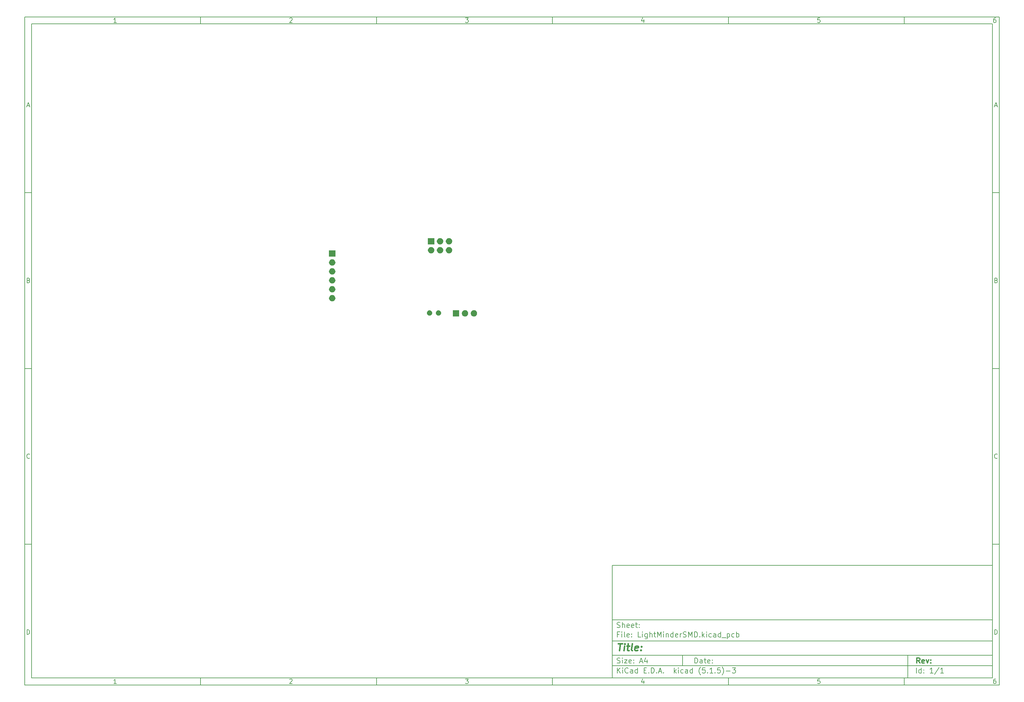
<source format=gbr>
G04 #@! TF.GenerationSoftware,KiCad,Pcbnew,(5.1.5)-3*
G04 #@! TF.CreationDate,2021-06-29T15:52:26+01:00*
G04 #@! TF.ProjectId,LightMinderSMD,4c696768-744d-4696-9e64-6572534d442e,rev?*
G04 #@! TF.SameCoordinates,Original*
G04 #@! TF.FileFunction,Soldermask,Bot*
G04 #@! TF.FilePolarity,Negative*
%FSLAX46Y46*%
G04 Gerber Fmt 4.6, Leading zero omitted, Abs format (unit mm)*
G04 Created by KiCad (PCBNEW (5.1.5)-3) date 2021-06-29 15:52:26*
%MOMM*%
%LPD*%
G04 APERTURE LIST*
%ADD10C,0.100000*%
%ADD11C,0.150000*%
%ADD12C,0.300000*%
%ADD13C,0.400000*%
G04 APERTURE END LIST*
D10*
D11*
X177002200Y-166007200D02*
X177002200Y-198007200D01*
X285002200Y-198007200D01*
X285002200Y-166007200D01*
X177002200Y-166007200D01*
D10*
D11*
X10000000Y-10000000D02*
X10000000Y-200007200D01*
X287002200Y-200007200D01*
X287002200Y-10000000D01*
X10000000Y-10000000D01*
D10*
D11*
X12000000Y-12000000D02*
X12000000Y-198007200D01*
X285002200Y-198007200D01*
X285002200Y-12000000D01*
X12000000Y-12000000D01*
D10*
D11*
X60000000Y-12000000D02*
X60000000Y-10000000D01*
D10*
D11*
X110000000Y-12000000D02*
X110000000Y-10000000D01*
D10*
D11*
X160000000Y-12000000D02*
X160000000Y-10000000D01*
D10*
D11*
X210000000Y-12000000D02*
X210000000Y-10000000D01*
D10*
D11*
X260000000Y-12000000D02*
X260000000Y-10000000D01*
D10*
D11*
X36065476Y-11588095D02*
X35322619Y-11588095D01*
X35694047Y-11588095D02*
X35694047Y-10288095D01*
X35570238Y-10473809D01*
X35446428Y-10597619D01*
X35322619Y-10659523D01*
D10*
D11*
X85322619Y-10411904D02*
X85384523Y-10350000D01*
X85508333Y-10288095D01*
X85817857Y-10288095D01*
X85941666Y-10350000D01*
X86003571Y-10411904D01*
X86065476Y-10535714D01*
X86065476Y-10659523D01*
X86003571Y-10845238D01*
X85260714Y-11588095D01*
X86065476Y-11588095D01*
D10*
D11*
X135260714Y-10288095D02*
X136065476Y-10288095D01*
X135632142Y-10783333D01*
X135817857Y-10783333D01*
X135941666Y-10845238D01*
X136003571Y-10907142D01*
X136065476Y-11030952D01*
X136065476Y-11340476D01*
X136003571Y-11464285D01*
X135941666Y-11526190D01*
X135817857Y-11588095D01*
X135446428Y-11588095D01*
X135322619Y-11526190D01*
X135260714Y-11464285D01*
D10*
D11*
X185941666Y-10721428D02*
X185941666Y-11588095D01*
X185632142Y-10226190D02*
X185322619Y-11154761D01*
X186127380Y-11154761D01*
D10*
D11*
X236003571Y-10288095D02*
X235384523Y-10288095D01*
X235322619Y-10907142D01*
X235384523Y-10845238D01*
X235508333Y-10783333D01*
X235817857Y-10783333D01*
X235941666Y-10845238D01*
X236003571Y-10907142D01*
X236065476Y-11030952D01*
X236065476Y-11340476D01*
X236003571Y-11464285D01*
X235941666Y-11526190D01*
X235817857Y-11588095D01*
X235508333Y-11588095D01*
X235384523Y-11526190D01*
X235322619Y-11464285D01*
D10*
D11*
X285941666Y-10288095D02*
X285694047Y-10288095D01*
X285570238Y-10350000D01*
X285508333Y-10411904D01*
X285384523Y-10597619D01*
X285322619Y-10845238D01*
X285322619Y-11340476D01*
X285384523Y-11464285D01*
X285446428Y-11526190D01*
X285570238Y-11588095D01*
X285817857Y-11588095D01*
X285941666Y-11526190D01*
X286003571Y-11464285D01*
X286065476Y-11340476D01*
X286065476Y-11030952D01*
X286003571Y-10907142D01*
X285941666Y-10845238D01*
X285817857Y-10783333D01*
X285570238Y-10783333D01*
X285446428Y-10845238D01*
X285384523Y-10907142D01*
X285322619Y-11030952D01*
D10*
D11*
X60000000Y-198007200D02*
X60000000Y-200007200D01*
D10*
D11*
X110000000Y-198007200D02*
X110000000Y-200007200D01*
D10*
D11*
X160000000Y-198007200D02*
X160000000Y-200007200D01*
D10*
D11*
X210000000Y-198007200D02*
X210000000Y-200007200D01*
D10*
D11*
X260000000Y-198007200D02*
X260000000Y-200007200D01*
D10*
D11*
X36065476Y-199595295D02*
X35322619Y-199595295D01*
X35694047Y-199595295D02*
X35694047Y-198295295D01*
X35570238Y-198481009D01*
X35446428Y-198604819D01*
X35322619Y-198666723D01*
D10*
D11*
X85322619Y-198419104D02*
X85384523Y-198357200D01*
X85508333Y-198295295D01*
X85817857Y-198295295D01*
X85941666Y-198357200D01*
X86003571Y-198419104D01*
X86065476Y-198542914D01*
X86065476Y-198666723D01*
X86003571Y-198852438D01*
X85260714Y-199595295D01*
X86065476Y-199595295D01*
D10*
D11*
X135260714Y-198295295D02*
X136065476Y-198295295D01*
X135632142Y-198790533D01*
X135817857Y-198790533D01*
X135941666Y-198852438D01*
X136003571Y-198914342D01*
X136065476Y-199038152D01*
X136065476Y-199347676D01*
X136003571Y-199471485D01*
X135941666Y-199533390D01*
X135817857Y-199595295D01*
X135446428Y-199595295D01*
X135322619Y-199533390D01*
X135260714Y-199471485D01*
D10*
D11*
X185941666Y-198728628D02*
X185941666Y-199595295D01*
X185632142Y-198233390D02*
X185322619Y-199161961D01*
X186127380Y-199161961D01*
D10*
D11*
X236003571Y-198295295D02*
X235384523Y-198295295D01*
X235322619Y-198914342D01*
X235384523Y-198852438D01*
X235508333Y-198790533D01*
X235817857Y-198790533D01*
X235941666Y-198852438D01*
X236003571Y-198914342D01*
X236065476Y-199038152D01*
X236065476Y-199347676D01*
X236003571Y-199471485D01*
X235941666Y-199533390D01*
X235817857Y-199595295D01*
X235508333Y-199595295D01*
X235384523Y-199533390D01*
X235322619Y-199471485D01*
D10*
D11*
X285941666Y-198295295D02*
X285694047Y-198295295D01*
X285570238Y-198357200D01*
X285508333Y-198419104D01*
X285384523Y-198604819D01*
X285322619Y-198852438D01*
X285322619Y-199347676D01*
X285384523Y-199471485D01*
X285446428Y-199533390D01*
X285570238Y-199595295D01*
X285817857Y-199595295D01*
X285941666Y-199533390D01*
X286003571Y-199471485D01*
X286065476Y-199347676D01*
X286065476Y-199038152D01*
X286003571Y-198914342D01*
X285941666Y-198852438D01*
X285817857Y-198790533D01*
X285570238Y-198790533D01*
X285446428Y-198852438D01*
X285384523Y-198914342D01*
X285322619Y-199038152D01*
D10*
D11*
X10000000Y-60000000D02*
X12000000Y-60000000D01*
D10*
D11*
X10000000Y-110000000D02*
X12000000Y-110000000D01*
D10*
D11*
X10000000Y-160000000D02*
X12000000Y-160000000D01*
D10*
D11*
X10690476Y-35216666D02*
X11309523Y-35216666D01*
X10566666Y-35588095D02*
X11000000Y-34288095D01*
X11433333Y-35588095D01*
D10*
D11*
X11092857Y-84907142D02*
X11278571Y-84969047D01*
X11340476Y-85030952D01*
X11402380Y-85154761D01*
X11402380Y-85340476D01*
X11340476Y-85464285D01*
X11278571Y-85526190D01*
X11154761Y-85588095D01*
X10659523Y-85588095D01*
X10659523Y-84288095D01*
X11092857Y-84288095D01*
X11216666Y-84350000D01*
X11278571Y-84411904D01*
X11340476Y-84535714D01*
X11340476Y-84659523D01*
X11278571Y-84783333D01*
X11216666Y-84845238D01*
X11092857Y-84907142D01*
X10659523Y-84907142D01*
D10*
D11*
X11402380Y-135464285D02*
X11340476Y-135526190D01*
X11154761Y-135588095D01*
X11030952Y-135588095D01*
X10845238Y-135526190D01*
X10721428Y-135402380D01*
X10659523Y-135278571D01*
X10597619Y-135030952D01*
X10597619Y-134845238D01*
X10659523Y-134597619D01*
X10721428Y-134473809D01*
X10845238Y-134350000D01*
X11030952Y-134288095D01*
X11154761Y-134288095D01*
X11340476Y-134350000D01*
X11402380Y-134411904D01*
D10*
D11*
X10659523Y-185588095D02*
X10659523Y-184288095D01*
X10969047Y-184288095D01*
X11154761Y-184350000D01*
X11278571Y-184473809D01*
X11340476Y-184597619D01*
X11402380Y-184845238D01*
X11402380Y-185030952D01*
X11340476Y-185278571D01*
X11278571Y-185402380D01*
X11154761Y-185526190D01*
X10969047Y-185588095D01*
X10659523Y-185588095D01*
D10*
D11*
X287002200Y-60000000D02*
X285002200Y-60000000D01*
D10*
D11*
X287002200Y-110000000D02*
X285002200Y-110000000D01*
D10*
D11*
X287002200Y-160000000D02*
X285002200Y-160000000D01*
D10*
D11*
X285692676Y-35216666D02*
X286311723Y-35216666D01*
X285568866Y-35588095D02*
X286002200Y-34288095D01*
X286435533Y-35588095D01*
D10*
D11*
X286095057Y-84907142D02*
X286280771Y-84969047D01*
X286342676Y-85030952D01*
X286404580Y-85154761D01*
X286404580Y-85340476D01*
X286342676Y-85464285D01*
X286280771Y-85526190D01*
X286156961Y-85588095D01*
X285661723Y-85588095D01*
X285661723Y-84288095D01*
X286095057Y-84288095D01*
X286218866Y-84350000D01*
X286280771Y-84411904D01*
X286342676Y-84535714D01*
X286342676Y-84659523D01*
X286280771Y-84783333D01*
X286218866Y-84845238D01*
X286095057Y-84907142D01*
X285661723Y-84907142D01*
D10*
D11*
X286404580Y-135464285D02*
X286342676Y-135526190D01*
X286156961Y-135588095D01*
X286033152Y-135588095D01*
X285847438Y-135526190D01*
X285723628Y-135402380D01*
X285661723Y-135278571D01*
X285599819Y-135030952D01*
X285599819Y-134845238D01*
X285661723Y-134597619D01*
X285723628Y-134473809D01*
X285847438Y-134350000D01*
X286033152Y-134288095D01*
X286156961Y-134288095D01*
X286342676Y-134350000D01*
X286404580Y-134411904D01*
D10*
D11*
X285661723Y-185588095D02*
X285661723Y-184288095D01*
X285971247Y-184288095D01*
X286156961Y-184350000D01*
X286280771Y-184473809D01*
X286342676Y-184597619D01*
X286404580Y-184845238D01*
X286404580Y-185030952D01*
X286342676Y-185278571D01*
X286280771Y-185402380D01*
X286156961Y-185526190D01*
X285971247Y-185588095D01*
X285661723Y-185588095D01*
D10*
D11*
X200434342Y-193785771D02*
X200434342Y-192285771D01*
X200791485Y-192285771D01*
X201005771Y-192357200D01*
X201148628Y-192500057D01*
X201220057Y-192642914D01*
X201291485Y-192928628D01*
X201291485Y-193142914D01*
X201220057Y-193428628D01*
X201148628Y-193571485D01*
X201005771Y-193714342D01*
X200791485Y-193785771D01*
X200434342Y-193785771D01*
X202577200Y-193785771D02*
X202577200Y-193000057D01*
X202505771Y-192857200D01*
X202362914Y-192785771D01*
X202077200Y-192785771D01*
X201934342Y-192857200D01*
X202577200Y-193714342D02*
X202434342Y-193785771D01*
X202077200Y-193785771D01*
X201934342Y-193714342D01*
X201862914Y-193571485D01*
X201862914Y-193428628D01*
X201934342Y-193285771D01*
X202077200Y-193214342D01*
X202434342Y-193214342D01*
X202577200Y-193142914D01*
X203077200Y-192785771D02*
X203648628Y-192785771D01*
X203291485Y-192285771D02*
X203291485Y-193571485D01*
X203362914Y-193714342D01*
X203505771Y-193785771D01*
X203648628Y-193785771D01*
X204720057Y-193714342D02*
X204577200Y-193785771D01*
X204291485Y-193785771D01*
X204148628Y-193714342D01*
X204077200Y-193571485D01*
X204077200Y-193000057D01*
X204148628Y-192857200D01*
X204291485Y-192785771D01*
X204577200Y-192785771D01*
X204720057Y-192857200D01*
X204791485Y-193000057D01*
X204791485Y-193142914D01*
X204077200Y-193285771D01*
X205434342Y-193642914D02*
X205505771Y-193714342D01*
X205434342Y-193785771D01*
X205362914Y-193714342D01*
X205434342Y-193642914D01*
X205434342Y-193785771D01*
X205434342Y-192857200D02*
X205505771Y-192928628D01*
X205434342Y-193000057D01*
X205362914Y-192928628D01*
X205434342Y-192857200D01*
X205434342Y-193000057D01*
D10*
D11*
X177002200Y-194507200D02*
X285002200Y-194507200D01*
D10*
D11*
X178434342Y-196585771D02*
X178434342Y-195085771D01*
X179291485Y-196585771D02*
X178648628Y-195728628D01*
X179291485Y-195085771D02*
X178434342Y-195942914D01*
X179934342Y-196585771D02*
X179934342Y-195585771D01*
X179934342Y-195085771D02*
X179862914Y-195157200D01*
X179934342Y-195228628D01*
X180005771Y-195157200D01*
X179934342Y-195085771D01*
X179934342Y-195228628D01*
X181505771Y-196442914D02*
X181434342Y-196514342D01*
X181220057Y-196585771D01*
X181077200Y-196585771D01*
X180862914Y-196514342D01*
X180720057Y-196371485D01*
X180648628Y-196228628D01*
X180577200Y-195942914D01*
X180577200Y-195728628D01*
X180648628Y-195442914D01*
X180720057Y-195300057D01*
X180862914Y-195157200D01*
X181077200Y-195085771D01*
X181220057Y-195085771D01*
X181434342Y-195157200D01*
X181505771Y-195228628D01*
X182791485Y-196585771D02*
X182791485Y-195800057D01*
X182720057Y-195657200D01*
X182577200Y-195585771D01*
X182291485Y-195585771D01*
X182148628Y-195657200D01*
X182791485Y-196514342D02*
X182648628Y-196585771D01*
X182291485Y-196585771D01*
X182148628Y-196514342D01*
X182077200Y-196371485D01*
X182077200Y-196228628D01*
X182148628Y-196085771D01*
X182291485Y-196014342D01*
X182648628Y-196014342D01*
X182791485Y-195942914D01*
X184148628Y-196585771D02*
X184148628Y-195085771D01*
X184148628Y-196514342D02*
X184005771Y-196585771D01*
X183720057Y-196585771D01*
X183577200Y-196514342D01*
X183505771Y-196442914D01*
X183434342Y-196300057D01*
X183434342Y-195871485D01*
X183505771Y-195728628D01*
X183577200Y-195657200D01*
X183720057Y-195585771D01*
X184005771Y-195585771D01*
X184148628Y-195657200D01*
X186005771Y-195800057D02*
X186505771Y-195800057D01*
X186720057Y-196585771D02*
X186005771Y-196585771D01*
X186005771Y-195085771D01*
X186720057Y-195085771D01*
X187362914Y-196442914D02*
X187434342Y-196514342D01*
X187362914Y-196585771D01*
X187291485Y-196514342D01*
X187362914Y-196442914D01*
X187362914Y-196585771D01*
X188077200Y-196585771D02*
X188077200Y-195085771D01*
X188434342Y-195085771D01*
X188648628Y-195157200D01*
X188791485Y-195300057D01*
X188862914Y-195442914D01*
X188934342Y-195728628D01*
X188934342Y-195942914D01*
X188862914Y-196228628D01*
X188791485Y-196371485D01*
X188648628Y-196514342D01*
X188434342Y-196585771D01*
X188077200Y-196585771D01*
X189577200Y-196442914D02*
X189648628Y-196514342D01*
X189577200Y-196585771D01*
X189505771Y-196514342D01*
X189577200Y-196442914D01*
X189577200Y-196585771D01*
X190220057Y-196157200D02*
X190934342Y-196157200D01*
X190077200Y-196585771D02*
X190577200Y-195085771D01*
X191077200Y-196585771D01*
X191577200Y-196442914D02*
X191648628Y-196514342D01*
X191577200Y-196585771D01*
X191505771Y-196514342D01*
X191577200Y-196442914D01*
X191577200Y-196585771D01*
X194577200Y-196585771D02*
X194577200Y-195085771D01*
X194720057Y-196014342D02*
X195148628Y-196585771D01*
X195148628Y-195585771D02*
X194577200Y-196157200D01*
X195791485Y-196585771D02*
X195791485Y-195585771D01*
X195791485Y-195085771D02*
X195720057Y-195157200D01*
X195791485Y-195228628D01*
X195862914Y-195157200D01*
X195791485Y-195085771D01*
X195791485Y-195228628D01*
X197148628Y-196514342D02*
X197005771Y-196585771D01*
X196720057Y-196585771D01*
X196577200Y-196514342D01*
X196505771Y-196442914D01*
X196434342Y-196300057D01*
X196434342Y-195871485D01*
X196505771Y-195728628D01*
X196577200Y-195657200D01*
X196720057Y-195585771D01*
X197005771Y-195585771D01*
X197148628Y-195657200D01*
X198434342Y-196585771D02*
X198434342Y-195800057D01*
X198362914Y-195657200D01*
X198220057Y-195585771D01*
X197934342Y-195585771D01*
X197791485Y-195657200D01*
X198434342Y-196514342D02*
X198291485Y-196585771D01*
X197934342Y-196585771D01*
X197791485Y-196514342D01*
X197720057Y-196371485D01*
X197720057Y-196228628D01*
X197791485Y-196085771D01*
X197934342Y-196014342D01*
X198291485Y-196014342D01*
X198434342Y-195942914D01*
X199791485Y-196585771D02*
X199791485Y-195085771D01*
X199791485Y-196514342D02*
X199648628Y-196585771D01*
X199362914Y-196585771D01*
X199220057Y-196514342D01*
X199148628Y-196442914D01*
X199077200Y-196300057D01*
X199077200Y-195871485D01*
X199148628Y-195728628D01*
X199220057Y-195657200D01*
X199362914Y-195585771D01*
X199648628Y-195585771D01*
X199791485Y-195657200D01*
X202077200Y-197157200D02*
X202005771Y-197085771D01*
X201862914Y-196871485D01*
X201791485Y-196728628D01*
X201720057Y-196514342D01*
X201648628Y-196157200D01*
X201648628Y-195871485D01*
X201720057Y-195514342D01*
X201791485Y-195300057D01*
X201862914Y-195157200D01*
X202005771Y-194942914D01*
X202077200Y-194871485D01*
X203362914Y-195085771D02*
X202648628Y-195085771D01*
X202577200Y-195800057D01*
X202648628Y-195728628D01*
X202791485Y-195657200D01*
X203148628Y-195657200D01*
X203291485Y-195728628D01*
X203362914Y-195800057D01*
X203434342Y-195942914D01*
X203434342Y-196300057D01*
X203362914Y-196442914D01*
X203291485Y-196514342D01*
X203148628Y-196585771D01*
X202791485Y-196585771D01*
X202648628Y-196514342D01*
X202577200Y-196442914D01*
X204077200Y-196442914D02*
X204148628Y-196514342D01*
X204077200Y-196585771D01*
X204005771Y-196514342D01*
X204077200Y-196442914D01*
X204077200Y-196585771D01*
X205577200Y-196585771D02*
X204720057Y-196585771D01*
X205148628Y-196585771D02*
X205148628Y-195085771D01*
X205005771Y-195300057D01*
X204862914Y-195442914D01*
X204720057Y-195514342D01*
X206220057Y-196442914D02*
X206291485Y-196514342D01*
X206220057Y-196585771D01*
X206148628Y-196514342D01*
X206220057Y-196442914D01*
X206220057Y-196585771D01*
X207648628Y-195085771D02*
X206934342Y-195085771D01*
X206862914Y-195800057D01*
X206934342Y-195728628D01*
X207077200Y-195657200D01*
X207434342Y-195657200D01*
X207577200Y-195728628D01*
X207648628Y-195800057D01*
X207720057Y-195942914D01*
X207720057Y-196300057D01*
X207648628Y-196442914D01*
X207577200Y-196514342D01*
X207434342Y-196585771D01*
X207077200Y-196585771D01*
X206934342Y-196514342D01*
X206862914Y-196442914D01*
X208220057Y-197157200D02*
X208291485Y-197085771D01*
X208434342Y-196871485D01*
X208505771Y-196728628D01*
X208577200Y-196514342D01*
X208648628Y-196157200D01*
X208648628Y-195871485D01*
X208577200Y-195514342D01*
X208505771Y-195300057D01*
X208434342Y-195157200D01*
X208291485Y-194942914D01*
X208220057Y-194871485D01*
X209362914Y-196014342D02*
X210505771Y-196014342D01*
X211077200Y-195085771D02*
X212005771Y-195085771D01*
X211505771Y-195657200D01*
X211720057Y-195657200D01*
X211862914Y-195728628D01*
X211934342Y-195800057D01*
X212005771Y-195942914D01*
X212005771Y-196300057D01*
X211934342Y-196442914D01*
X211862914Y-196514342D01*
X211720057Y-196585771D01*
X211291485Y-196585771D01*
X211148628Y-196514342D01*
X211077200Y-196442914D01*
D10*
D11*
X177002200Y-191507200D02*
X285002200Y-191507200D01*
D10*
D12*
X264411485Y-193785771D02*
X263911485Y-193071485D01*
X263554342Y-193785771D02*
X263554342Y-192285771D01*
X264125771Y-192285771D01*
X264268628Y-192357200D01*
X264340057Y-192428628D01*
X264411485Y-192571485D01*
X264411485Y-192785771D01*
X264340057Y-192928628D01*
X264268628Y-193000057D01*
X264125771Y-193071485D01*
X263554342Y-193071485D01*
X265625771Y-193714342D02*
X265482914Y-193785771D01*
X265197200Y-193785771D01*
X265054342Y-193714342D01*
X264982914Y-193571485D01*
X264982914Y-193000057D01*
X265054342Y-192857200D01*
X265197200Y-192785771D01*
X265482914Y-192785771D01*
X265625771Y-192857200D01*
X265697200Y-193000057D01*
X265697200Y-193142914D01*
X264982914Y-193285771D01*
X266197200Y-192785771D02*
X266554342Y-193785771D01*
X266911485Y-192785771D01*
X267482914Y-193642914D02*
X267554342Y-193714342D01*
X267482914Y-193785771D01*
X267411485Y-193714342D01*
X267482914Y-193642914D01*
X267482914Y-193785771D01*
X267482914Y-192857200D02*
X267554342Y-192928628D01*
X267482914Y-193000057D01*
X267411485Y-192928628D01*
X267482914Y-192857200D01*
X267482914Y-193000057D01*
D10*
D11*
X178362914Y-193714342D02*
X178577200Y-193785771D01*
X178934342Y-193785771D01*
X179077200Y-193714342D01*
X179148628Y-193642914D01*
X179220057Y-193500057D01*
X179220057Y-193357200D01*
X179148628Y-193214342D01*
X179077200Y-193142914D01*
X178934342Y-193071485D01*
X178648628Y-193000057D01*
X178505771Y-192928628D01*
X178434342Y-192857200D01*
X178362914Y-192714342D01*
X178362914Y-192571485D01*
X178434342Y-192428628D01*
X178505771Y-192357200D01*
X178648628Y-192285771D01*
X179005771Y-192285771D01*
X179220057Y-192357200D01*
X179862914Y-193785771D02*
X179862914Y-192785771D01*
X179862914Y-192285771D02*
X179791485Y-192357200D01*
X179862914Y-192428628D01*
X179934342Y-192357200D01*
X179862914Y-192285771D01*
X179862914Y-192428628D01*
X180434342Y-192785771D02*
X181220057Y-192785771D01*
X180434342Y-193785771D01*
X181220057Y-193785771D01*
X182362914Y-193714342D02*
X182220057Y-193785771D01*
X181934342Y-193785771D01*
X181791485Y-193714342D01*
X181720057Y-193571485D01*
X181720057Y-193000057D01*
X181791485Y-192857200D01*
X181934342Y-192785771D01*
X182220057Y-192785771D01*
X182362914Y-192857200D01*
X182434342Y-193000057D01*
X182434342Y-193142914D01*
X181720057Y-193285771D01*
X183077200Y-193642914D02*
X183148628Y-193714342D01*
X183077200Y-193785771D01*
X183005771Y-193714342D01*
X183077200Y-193642914D01*
X183077200Y-193785771D01*
X183077200Y-192857200D02*
X183148628Y-192928628D01*
X183077200Y-193000057D01*
X183005771Y-192928628D01*
X183077200Y-192857200D01*
X183077200Y-193000057D01*
X184862914Y-193357200D02*
X185577200Y-193357200D01*
X184720057Y-193785771D02*
X185220057Y-192285771D01*
X185720057Y-193785771D01*
X186862914Y-192785771D02*
X186862914Y-193785771D01*
X186505771Y-192214342D02*
X186148628Y-193285771D01*
X187077200Y-193285771D01*
D10*
D11*
X263434342Y-196585771D02*
X263434342Y-195085771D01*
X264791485Y-196585771D02*
X264791485Y-195085771D01*
X264791485Y-196514342D02*
X264648628Y-196585771D01*
X264362914Y-196585771D01*
X264220057Y-196514342D01*
X264148628Y-196442914D01*
X264077200Y-196300057D01*
X264077200Y-195871485D01*
X264148628Y-195728628D01*
X264220057Y-195657200D01*
X264362914Y-195585771D01*
X264648628Y-195585771D01*
X264791485Y-195657200D01*
X265505771Y-196442914D02*
X265577200Y-196514342D01*
X265505771Y-196585771D01*
X265434342Y-196514342D01*
X265505771Y-196442914D01*
X265505771Y-196585771D01*
X265505771Y-195657200D02*
X265577200Y-195728628D01*
X265505771Y-195800057D01*
X265434342Y-195728628D01*
X265505771Y-195657200D01*
X265505771Y-195800057D01*
X268148628Y-196585771D02*
X267291485Y-196585771D01*
X267720057Y-196585771D02*
X267720057Y-195085771D01*
X267577200Y-195300057D01*
X267434342Y-195442914D01*
X267291485Y-195514342D01*
X269862914Y-195014342D02*
X268577200Y-196942914D01*
X271148628Y-196585771D02*
X270291485Y-196585771D01*
X270720057Y-196585771D02*
X270720057Y-195085771D01*
X270577200Y-195300057D01*
X270434342Y-195442914D01*
X270291485Y-195514342D01*
D10*
D11*
X177002200Y-187507200D02*
X285002200Y-187507200D01*
D10*
D13*
X178714580Y-188211961D02*
X179857438Y-188211961D01*
X179036009Y-190211961D02*
X179286009Y-188211961D01*
X180274104Y-190211961D02*
X180440771Y-188878628D01*
X180524104Y-188211961D02*
X180416961Y-188307200D01*
X180500295Y-188402438D01*
X180607438Y-188307200D01*
X180524104Y-188211961D01*
X180500295Y-188402438D01*
X181107438Y-188878628D02*
X181869342Y-188878628D01*
X181476485Y-188211961D02*
X181262200Y-189926247D01*
X181333628Y-190116723D01*
X181512200Y-190211961D01*
X181702676Y-190211961D01*
X182655057Y-190211961D02*
X182476485Y-190116723D01*
X182405057Y-189926247D01*
X182619342Y-188211961D01*
X184190771Y-190116723D02*
X183988390Y-190211961D01*
X183607438Y-190211961D01*
X183428866Y-190116723D01*
X183357438Y-189926247D01*
X183452676Y-189164342D01*
X183571723Y-188973866D01*
X183774104Y-188878628D01*
X184155057Y-188878628D01*
X184333628Y-188973866D01*
X184405057Y-189164342D01*
X184381247Y-189354819D01*
X183405057Y-189545295D01*
X185155057Y-190021485D02*
X185238390Y-190116723D01*
X185131247Y-190211961D01*
X185047914Y-190116723D01*
X185155057Y-190021485D01*
X185131247Y-190211961D01*
X185286009Y-188973866D02*
X185369342Y-189069104D01*
X185262200Y-189164342D01*
X185178866Y-189069104D01*
X185286009Y-188973866D01*
X185262200Y-189164342D01*
D10*
D11*
X178934342Y-185600057D02*
X178434342Y-185600057D01*
X178434342Y-186385771D02*
X178434342Y-184885771D01*
X179148628Y-184885771D01*
X179720057Y-186385771D02*
X179720057Y-185385771D01*
X179720057Y-184885771D02*
X179648628Y-184957200D01*
X179720057Y-185028628D01*
X179791485Y-184957200D01*
X179720057Y-184885771D01*
X179720057Y-185028628D01*
X180648628Y-186385771D02*
X180505771Y-186314342D01*
X180434342Y-186171485D01*
X180434342Y-184885771D01*
X181791485Y-186314342D02*
X181648628Y-186385771D01*
X181362914Y-186385771D01*
X181220057Y-186314342D01*
X181148628Y-186171485D01*
X181148628Y-185600057D01*
X181220057Y-185457200D01*
X181362914Y-185385771D01*
X181648628Y-185385771D01*
X181791485Y-185457200D01*
X181862914Y-185600057D01*
X181862914Y-185742914D01*
X181148628Y-185885771D01*
X182505771Y-186242914D02*
X182577200Y-186314342D01*
X182505771Y-186385771D01*
X182434342Y-186314342D01*
X182505771Y-186242914D01*
X182505771Y-186385771D01*
X182505771Y-185457200D02*
X182577200Y-185528628D01*
X182505771Y-185600057D01*
X182434342Y-185528628D01*
X182505771Y-185457200D01*
X182505771Y-185600057D01*
X185077200Y-186385771D02*
X184362914Y-186385771D01*
X184362914Y-184885771D01*
X185577200Y-186385771D02*
X185577200Y-185385771D01*
X185577200Y-184885771D02*
X185505771Y-184957200D01*
X185577200Y-185028628D01*
X185648628Y-184957200D01*
X185577200Y-184885771D01*
X185577200Y-185028628D01*
X186934342Y-185385771D02*
X186934342Y-186600057D01*
X186862914Y-186742914D01*
X186791485Y-186814342D01*
X186648628Y-186885771D01*
X186434342Y-186885771D01*
X186291485Y-186814342D01*
X186934342Y-186314342D02*
X186791485Y-186385771D01*
X186505771Y-186385771D01*
X186362914Y-186314342D01*
X186291485Y-186242914D01*
X186220057Y-186100057D01*
X186220057Y-185671485D01*
X186291485Y-185528628D01*
X186362914Y-185457200D01*
X186505771Y-185385771D01*
X186791485Y-185385771D01*
X186934342Y-185457200D01*
X187648628Y-186385771D02*
X187648628Y-184885771D01*
X188291485Y-186385771D02*
X188291485Y-185600057D01*
X188220057Y-185457200D01*
X188077200Y-185385771D01*
X187862914Y-185385771D01*
X187720057Y-185457200D01*
X187648628Y-185528628D01*
X188791485Y-185385771D02*
X189362914Y-185385771D01*
X189005771Y-184885771D02*
X189005771Y-186171485D01*
X189077200Y-186314342D01*
X189220057Y-186385771D01*
X189362914Y-186385771D01*
X189862914Y-186385771D02*
X189862914Y-184885771D01*
X190362914Y-185957200D01*
X190862914Y-184885771D01*
X190862914Y-186385771D01*
X191577200Y-186385771D02*
X191577200Y-185385771D01*
X191577200Y-184885771D02*
X191505771Y-184957200D01*
X191577200Y-185028628D01*
X191648628Y-184957200D01*
X191577200Y-184885771D01*
X191577200Y-185028628D01*
X192291485Y-185385771D02*
X192291485Y-186385771D01*
X192291485Y-185528628D02*
X192362914Y-185457200D01*
X192505771Y-185385771D01*
X192720057Y-185385771D01*
X192862914Y-185457200D01*
X192934342Y-185600057D01*
X192934342Y-186385771D01*
X194291485Y-186385771D02*
X194291485Y-184885771D01*
X194291485Y-186314342D02*
X194148628Y-186385771D01*
X193862914Y-186385771D01*
X193720057Y-186314342D01*
X193648628Y-186242914D01*
X193577200Y-186100057D01*
X193577200Y-185671485D01*
X193648628Y-185528628D01*
X193720057Y-185457200D01*
X193862914Y-185385771D01*
X194148628Y-185385771D01*
X194291485Y-185457200D01*
X195577200Y-186314342D02*
X195434342Y-186385771D01*
X195148628Y-186385771D01*
X195005771Y-186314342D01*
X194934342Y-186171485D01*
X194934342Y-185600057D01*
X195005771Y-185457200D01*
X195148628Y-185385771D01*
X195434342Y-185385771D01*
X195577200Y-185457200D01*
X195648628Y-185600057D01*
X195648628Y-185742914D01*
X194934342Y-185885771D01*
X196291485Y-186385771D02*
X196291485Y-185385771D01*
X196291485Y-185671485D02*
X196362914Y-185528628D01*
X196434342Y-185457200D01*
X196577200Y-185385771D01*
X196720057Y-185385771D01*
X197148628Y-186314342D02*
X197362914Y-186385771D01*
X197720057Y-186385771D01*
X197862914Y-186314342D01*
X197934342Y-186242914D01*
X198005771Y-186100057D01*
X198005771Y-185957200D01*
X197934342Y-185814342D01*
X197862914Y-185742914D01*
X197720057Y-185671485D01*
X197434342Y-185600057D01*
X197291485Y-185528628D01*
X197220057Y-185457200D01*
X197148628Y-185314342D01*
X197148628Y-185171485D01*
X197220057Y-185028628D01*
X197291485Y-184957200D01*
X197434342Y-184885771D01*
X197791485Y-184885771D01*
X198005771Y-184957200D01*
X198648628Y-186385771D02*
X198648628Y-184885771D01*
X199148628Y-185957200D01*
X199648628Y-184885771D01*
X199648628Y-186385771D01*
X200362914Y-186385771D02*
X200362914Y-184885771D01*
X200720057Y-184885771D01*
X200934342Y-184957200D01*
X201077200Y-185100057D01*
X201148628Y-185242914D01*
X201220057Y-185528628D01*
X201220057Y-185742914D01*
X201148628Y-186028628D01*
X201077200Y-186171485D01*
X200934342Y-186314342D01*
X200720057Y-186385771D01*
X200362914Y-186385771D01*
X201862914Y-186242914D02*
X201934342Y-186314342D01*
X201862914Y-186385771D01*
X201791485Y-186314342D01*
X201862914Y-186242914D01*
X201862914Y-186385771D01*
X202577200Y-186385771D02*
X202577200Y-184885771D01*
X202720057Y-185814342D02*
X203148628Y-186385771D01*
X203148628Y-185385771D02*
X202577200Y-185957200D01*
X203791485Y-186385771D02*
X203791485Y-185385771D01*
X203791485Y-184885771D02*
X203720057Y-184957200D01*
X203791485Y-185028628D01*
X203862914Y-184957200D01*
X203791485Y-184885771D01*
X203791485Y-185028628D01*
X205148628Y-186314342D02*
X205005771Y-186385771D01*
X204720057Y-186385771D01*
X204577200Y-186314342D01*
X204505771Y-186242914D01*
X204434342Y-186100057D01*
X204434342Y-185671485D01*
X204505771Y-185528628D01*
X204577200Y-185457200D01*
X204720057Y-185385771D01*
X205005771Y-185385771D01*
X205148628Y-185457200D01*
X206434342Y-186385771D02*
X206434342Y-185600057D01*
X206362914Y-185457200D01*
X206220057Y-185385771D01*
X205934342Y-185385771D01*
X205791485Y-185457200D01*
X206434342Y-186314342D02*
X206291485Y-186385771D01*
X205934342Y-186385771D01*
X205791485Y-186314342D01*
X205720057Y-186171485D01*
X205720057Y-186028628D01*
X205791485Y-185885771D01*
X205934342Y-185814342D01*
X206291485Y-185814342D01*
X206434342Y-185742914D01*
X207791485Y-186385771D02*
X207791485Y-184885771D01*
X207791485Y-186314342D02*
X207648628Y-186385771D01*
X207362914Y-186385771D01*
X207220057Y-186314342D01*
X207148628Y-186242914D01*
X207077200Y-186100057D01*
X207077200Y-185671485D01*
X207148628Y-185528628D01*
X207220057Y-185457200D01*
X207362914Y-185385771D01*
X207648628Y-185385771D01*
X207791485Y-185457200D01*
X208148628Y-186528628D02*
X209291485Y-186528628D01*
X209648628Y-185385771D02*
X209648628Y-186885771D01*
X209648628Y-185457200D02*
X209791485Y-185385771D01*
X210077200Y-185385771D01*
X210220057Y-185457200D01*
X210291485Y-185528628D01*
X210362914Y-185671485D01*
X210362914Y-186100057D01*
X210291485Y-186242914D01*
X210220057Y-186314342D01*
X210077200Y-186385771D01*
X209791485Y-186385771D01*
X209648628Y-186314342D01*
X211648628Y-186314342D02*
X211505771Y-186385771D01*
X211220057Y-186385771D01*
X211077200Y-186314342D01*
X211005771Y-186242914D01*
X210934342Y-186100057D01*
X210934342Y-185671485D01*
X211005771Y-185528628D01*
X211077200Y-185457200D01*
X211220057Y-185385771D01*
X211505771Y-185385771D01*
X211648628Y-185457200D01*
X212291485Y-186385771D02*
X212291485Y-184885771D01*
X212291485Y-185457200D02*
X212434342Y-185385771D01*
X212720057Y-185385771D01*
X212862914Y-185457200D01*
X212934342Y-185528628D01*
X213005771Y-185671485D01*
X213005771Y-186100057D01*
X212934342Y-186242914D01*
X212862914Y-186314342D01*
X212720057Y-186385771D01*
X212434342Y-186385771D01*
X212291485Y-186314342D01*
D10*
D11*
X177002200Y-181507200D02*
X285002200Y-181507200D01*
D10*
D11*
X178362914Y-183614342D02*
X178577200Y-183685771D01*
X178934342Y-183685771D01*
X179077200Y-183614342D01*
X179148628Y-183542914D01*
X179220057Y-183400057D01*
X179220057Y-183257200D01*
X179148628Y-183114342D01*
X179077200Y-183042914D01*
X178934342Y-182971485D01*
X178648628Y-182900057D01*
X178505771Y-182828628D01*
X178434342Y-182757200D01*
X178362914Y-182614342D01*
X178362914Y-182471485D01*
X178434342Y-182328628D01*
X178505771Y-182257200D01*
X178648628Y-182185771D01*
X179005771Y-182185771D01*
X179220057Y-182257200D01*
X179862914Y-183685771D02*
X179862914Y-182185771D01*
X180505771Y-183685771D02*
X180505771Y-182900057D01*
X180434342Y-182757200D01*
X180291485Y-182685771D01*
X180077200Y-182685771D01*
X179934342Y-182757200D01*
X179862914Y-182828628D01*
X181791485Y-183614342D02*
X181648628Y-183685771D01*
X181362914Y-183685771D01*
X181220057Y-183614342D01*
X181148628Y-183471485D01*
X181148628Y-182900057D01*
X181220057Y-182757200D01*
X181362914Y-182685771D01*
X181648628Y-182685771D01*
X181791485Y-182757200D01*
X181862914Y-182900057D01*
X181862914Y-183042914D01*
X181148628Y-183185771D01*
X183077200Y-183614342D02*
X182934342Y-183685771D01*
X182648628Y-183685771D01*
X182505771Y-183614342D01*
X182434342Y-183471485D01*
X182434342Y-182900057D01*
X182505771Y-182757200D01*
X182648628Y-182685771D01*
X182934342Y-182685771D01*
X183077200Y-182757200D01*
X183148628Y-182900057D01*
X183148628Y-183042914D01*
X182434342Y-183185771D01*
X183577200Y-182685771D02*
X184148628Y-182685771D01*
X183791485Y-182185771D02*
X183791485Y-183471485D01*
X183862914Y-183614342D01*
X184005771Y-183685771D01*
X184148628Y-183685771D01*
X184648628Y-183542914D02*
X184720057Y-183614342D01*
X184648628Y-183685771D01*
X184577200Y-183614342D01*
X184648628Y-183542914D01*
X184648628Y-183685771D01*
X184648628Y-182757200D02*
X184720057Y-182828628D01*
X184648628Y-182900057D01*
X184577200Y-182828628D01*
X184648628Y-182757200D01*
X184648628Y-182900057D01*
D10*
D11*
X197002200Y-191507200D02*
X197002200Y-194507200D01*
D10*
D11*
X261002200Y-191507200D02*
X261002200Y-198007200D01*
D10*
G36*
X133501000Y-95201000D02*
G01*
X131699000Y-95201000D01*
X131699000Y-93399000D01*
X133501000Y-93399000D01*
X133501000Y-95201000D01*
G37*
G36*
X137793512Y-93403927D02*
G01*
X137942812Y-93433624D01*
X138106784Y-93501544D01*
X138254354Y-93600147D01*
X138379853Y-93725646D01*
X138478456Y-93873216D01*
X138546376Y-94037188D01*
X138581000Y-94211259D01*
X138581000Y-94388741D01*
X138546376Y-94562812D01*
X138478456Y-94726784D01*
X138379853Y-94874354D01*
X138254354Y-94999853D01*
X138106784Y-95098456D01*
X137942812Y-95166376D01*
X137793512Y-95196073D01*
X137768742Y-95201000D01*
X137591258Y-95201000D01*
X137566488Y-95196073D01*
X137417188Y-95166376D01*
X137253216Y-95098456D01*
X137105646Y-94999853D01*
X136980147Y-94874354D01*
X136881544Y-94726784D01*
X136813624Y-94562812D01*
X136779000Y-94388741D01*
X136779000Y-94211259D01*
X136813624Y-94037188D01*
X136881544Y-93873216D01*
X136980147Y-93725646D01*
X137105646Y-93600147D01*
X137253216Y-93501544D01*
X137417188Y-93433624D01*
X137566488Y-93403927D01*
X137591258Y-93399000D01*
X137768742Y-93399000D01*
X137793512Y-93403927D01*
G37*
G36*
X135253512Y-93403927D02*
G01*
X135402812Y-93433624D01*
X135566784Y-93501544D01*
X135714354Y-93600147D01*
X135839853Y-93725646D01*
X135938456Y-93873216D01*
X136006376Y-94037188D01*
X136041000Y-94211259D01*
X136041000Y-94388741D01*
X136006376Y-94562812D01*
X135938456Y-94726784D01*
X135839853Y-94874354D01*
X135714354Y-94999853D01*
X135566784Y-95098456D01*
X135402812Y-95166376D01*
X135253512Y-95196073D01*
X135228742Y-95201000D01*
X135051258Y-95201000D01*
X135026488Y-95196073D01*
X134877188Y-95166376D01*
X134713216Y-95098456D01*
X134565646Y-94999853D01*
X134440147Y-94874354D01*
X134341544Y-94726784D01*
X134273624Y-94562812D01*
X134239000Y-94388741D01*
X134239000Y-94211259D01*
X134273624Y-94037188D01*
X134341544Y-93873216D01*
X134440147Y-93725646D01*
X134565646Y-93600147D01*
X134713216Y-93501544D01*
X134877188Y-93433624D01*
X135026488Y-93403927D01*
X135051258Y-93399000D01*
X135228742Y-93399000D01*
X135253512Y-93403927D01*
G37*
G36*
X125279059Y-93477860D02*
G01*
X125415732Y-93534472D01*
X125538735Y-93616660D01*
X125643340Y-93721265D01*
X125725528Y-93844268D01*
X125782140Y-93980941D01*
X125811000Y-94126033D01*
X125811000Y-94273967D01*
X125782140Y-94419059D01*
X125725528Y-94555732D01*
X125643340Y-94678735D01*
X125538735Y-94783340D01*
X125415732Y-94865528D01*
X125415731Y-94865529D01*
X125415730Y-94865529D01*
X125279059Y-94922140D01*
X125133968Y-94951000D01*
X124986032Y-94951000D01*
X124840941Y-94922140D01*
X124704270Y-94865529D01*
X124704269Y-94865529D01*
X124704268Y-94865528D01*
X124581265Y-94783340D01*
X124476660Y-94678735D01*
X124394472Y-94555732D01*
X124337860Y-94419059D01*
X124309000Y-94273967D01*
X124309000Y-94126033D01*
X124337860Y-93980941D01*
X124394472Y-93844268D01*
X124476660Y-93721265D01*
X124581265Y-93616660D01*
X124704268Y-93534472D01*
X124840941Y-93477860D01*
X124986032Y-93449000D01*
X125133968Y-93449000D01*
X125279059Y-93477860D01*
G37*
G36*
X127819059Y-93477860D02*
G01*
X127955732Y-93534472D01*
X128078735Y-93616660D01*
X128183340Y-93721265D01*
X128265528Y-93844268D01*
X128322140Y-93980941D01*
X128351000Y-94126033D01*
X128351000Y-94273967D01*
X128322140Y-94419059D01*
X128265528Y-94555732D01*
X128183340Y-94678735D01*
X128078735Y-94783340D01*
X127955732Y-94865528D01*
X127955731Y-94865529D01*
X127955730Y-94865529D01*
X127819059Y-94922140D01*
X127673968Y-94951000D01*
X127526032Y-94951000D01*
X127380941Y-94922140D01*
X127244270Y-94865529D01*
X127244269Y-94865529D01*
X127244268Y-94865528D01*
X127121265Y-94783340D01*
X127016660Y-94678735D01*
X126934472Y-94555732D01*
X126877860Y-94419059D01*
X126849000Y-94273967D01*
X126849000Y-94126033D01*
X126877860Y-93980941D01*
X126934472Y-93844268D01*
X127016660Y-93721265D01*
X127121265Y-93616660D01*
X127244268Y-93534472D01*
X127380941Y-93477860D01*
X127526032Y-93449000D01*
X127673968Y-93449000D01*
X127819059Y-93477860D01*
G37*
G36*
X97513512Y-89103927D02*
G01*
X97662812Y-89133624D01*
X97826784Y-89201544D01*
X97974354Y-89300147D01*
X98099853Y-89425646D01*
X98198456Y-89573216D01*
X98266376Y-89737188D01*
X98301000Y-89911259D01*
X98301000Y-90088741D01*
X98266376Y-90262812D01*
X98198456Y-90426784D01*
X98099853Y-90574354D01*
X97974354Y-90699853D01*
X97826784Y-90798456D01*
X97662812Y-90866376D01*
X97513512Y-90896073D01*
X97488742Y-90901000D01*
X97311258Y-90901000D01*
X97286488Y-90896073D01*
X97137188Y-90866376D01*
X96973216Y-90798456D01*
X96825646Y-90699853D01*
X96700147Y-90574354D01*
X96601544Y-90426784D01*
X96533624Y-90262812D01*
X96499000Y-90088741D01*
X96499000Y-89911259D01*
X96533624Y-89737188D01*
X96601544Y-89573216D01*
X96700147Y-89425646D01*
X96825646Y-89300147D01*
X96973216Y-89201544D01*
X97137188Y-89133624D01*
X97286488Y-89103927D01*
X97311258Y-89099000D01*
X97488742Y-89099000D01*
X97513512Y-89103927D01*
G37*
G36*
X97513512Y-86563927D02*
G01*
X97662812Y-86593624D01*
X97826784Y-86661544D01*
X97974354Y-86760147D01*
X98099853Y-86885646D01*
X98198456Y-87033216D01*
X98266376Y-87197188D01*
X98301000Y-87371259D01*
X98301000Y-87548741D01*
X98266376Y-87722812D01*
X98198456Y-87886784D01*
X98099853Y-88034354D01*
X97974354Y-88159853D01*
X97826784Y-88258456D01*
X97662812Y-88326376D01*
X97513512Y-88356073D01*
X97488742Y-88361000D01*
X97311258Y-88361000D01*
X97286488Y-88356073D01*
X97137188Y-88326376D01*
X96973216Y-88258456D01*
X96825646Y-88159853D01*
X96700147Y-88034354D01*
X96601544Y-87886784D01*
X96533624Y-87722812D01*
X96499000Y-87548741D01*
X96499000Y-87371259D01*
X96533624Y-87197188D01*
X96601544Y-87033216D01*
X96700147Y-86885646D01*
X96825646Y-86760147D01*
X96973216Y-86661544D01*
X97137188Y-86593624D01*
X97286488Y-86563927D01*
X97311258Y-86559000D01*
X97488742Y-86559000D01*
X97513512Y-86563927D01*
G37*
G36*
X97513512Y-84023927D02*
G01*
X97662812Y-84053624D01*
X97826784Y-84121544D01*
X97974354Y-84220147D01*
X98099853Y-84345646D01*
X98198456Y-84493216D01*
X98266376Y-84657188D01*
X98301000Y-84831259D01*
X98301000Y-85008741D01*
X98266376Y-85182812D01*
X98198456Y-85346784D01*
X98099853Y-85494354D01*
X97974354Y-85619853D01*
X97826784Y-85718456D01*
X97662812Y-85786376D01*
X97513512Y-85816073D01*
X97488742Y-85821000D01*
X97311258Y-85821000D01*
X97286488Y-85816073D01*
X97137188Y-85786376D01*
X96973216Y-85718456D01*
X96825646Y-85619853D01*
X96700147Y-85494354D01*
X96601544Y-85346784D01*
X96533624Y-85182812D01*
X96499000Y-85008741D01*
X96499000Y-84831259D01*
X96533624Y-84657188D01*
X96601544Y-84493216D01*
X96700147Y-84345646D01*
X96825646Y-84220147D01*
X96973216Y-84121544D01*
X97137188Y-84053624D01*
X97286488Y-84023927D01*
X97311258Y-84019000D01*
X97488742Y-84019000D01*
X97513512Y-84023927D01*
G37*
G36*
X97513512Y-81483927D02*
G01*
X97662812Y-81513624D01*
X97826784Y-81581544D01*
X97974354Y-81680147D01*
X98099853Y-81805646D01*
X98198456Y-81953216D01*
X98266376Y-82117188D01*
X98301000Y-82291259D01*
X98301000Y-82468741D01*
X98266376Y-82642812D01*
X98198456Y-82806784D01*
X98099853Y-82954354D01*
X97974354Y-83079853D01*
X97826784Y-83178456D01*
X97662812Y-83246376D01*
X97513512Y-83276073D01*
X97488742Y-83281000D01*
X97311258Y-83281000D01*
X97286488Y-83276073D01*
X97137188Y-83246376D01*
X96973216Y-83178456D01*
X96825646Y-83079853D01*
X96700147Y-82954354D01*
X96601544Y-82806784D01*
X96533624Y-82642812D01*
X96499000Y-82468741D01*
X96499000Y-82291259D01*
X96533624Y-82117188D01*
X96601544Y-81953216D01*
X96700147Y-81805646D01*
X96825646Y-81680147D01*
X96973216Y-81581544D01*
X97137188Y-81513624D01*
X97286488Y-81483927D01*
X97311258Y-81479000D01*
X97488742Y-81479000D01*
X97513512Y-81483927D01*
G37*
G36*
X97513512Y-78943927D02*
G01*
X97662812Y-78973624D01*
X97826784Y-79041544D01*
X97974354Y-79140147D01*
X98099853Y-79265646D01*
X98198456Y-79413216D01*
X98266376Y-79577188D01*
X98301000Y-79751259D01*
X98301000Y-79928741D01*
X98266376Y-80102812D01*
X98198456Y-80266784D01*
X98099853Y-80414354D01*
X97974354Y-80539853D01*
X97826784Y-80638456D01*
X97662812Y-80706376D01*
X97513512Y-80736073D01*
X97488742Y-80741000D01*
X97311258Y-80741000D01*
X97286488Y-80736073D01*
X97137188Y-80706376D01*
X96973216Y-80638456D01*
X96825646Y-80539853D01*
X96700147Y-80414354D01*
X96601544Y-80266784D01*
X96533624Y-80102812D01*
X96499000Y-79928741D01*
X96499000Y-79751259D01*
X96533624Y-79577188D01*
X96601544Y-79413216D01*
X96700147Y-79265646D01*
X96825646Y-79140147D01*
X96973216Y-79041544D01*
X97137188Y-78973624D01*
X97286488Y-78943927D01*
X97311258Y-78939000D01*
X97488742Y-78939000D01*
X97513512Y-78943927D01*
G37*
G36*
X98301000Y-78201000D02*
G01*
X96499000Y-78201000D01*
X96499000Y-76399000D01*
X98301000Y-76399000D01*
X98301000Y-78201000D01*
G37*
G36*
X125633512Y-75453927D02*
G01*
X125782812Y-75483624D01*
X125946784Y-75551544D01*
X126094354Y-75650147D01*
X126219853Y-75775646D01*
X126318456Y-75923216D01*
X126386376Y-76087188D01*
X126421000Y-76261259D01*
X126421000Y-76438741D01*
X126386376Y-76612812D01*
X126318456Y-76776784D01*
X126219853Y-76924354D01*
X126094354Y-77049853D01*
X125946784Y-77148456D01*
X125782812Y-77216376D01*
X125633512Y-77246073D01*
X125608742Y-77251000D01*
X125431258Y-77251000D01*
X125406488Y-77246073D01*
X125257188Y-77216376D01*
X125093216Y-77148456D01*
X124945646Y-77049853D01*
X124820147Y-76924354D01*
X124721544Y-76776784D01*
X124653624Y-76612812D01*
X124619000Y-76438741D01*
X124619000Y-76261259D01*
X124653624Y-76087188D01*
X124721544Y-75923216D01*
X124820147Y-75775646D01*
X124945646Y-75650147D01*
X125093216Y-75551544D01*
X125257188Y-75483624D01*
X125406488Y-75453927D01*
X125431258Y-75449000D01*
X125608742Y-75449000D01*
X125633512Y-75453927D01*
G37*
G36*
X128173512Y-75453927D02*
G01*
X128322812Y-75483624D01*
X128486784Y-75551544D01*
X128634354Y-75650147D01*
X128759853Y-75775646D01*
X128858456Y-75923216D01*
X128926376Y-76087188D01*
X128961000Y-76261259D01*
X128961000Y-76438741D01*
X128926376Y-76612812D01*
X128858456Y-76776784D01*
X128759853Y-76924354D01*
X128634354Y-77049853D01*
X128486784Y-77148456D01*
X128322812Y-77216376D01*
X128173512Y-77246073D01*
X128148742Y-77251000D01*
X127971258Y-77251000D01*
X127946488Y-77246073D01*
X127797188Y-77216376D01*
X127633216Y-77148456D01*
X127485646Y-77049853D01*
X127360147Y-76924354D01*
X127261544Y-76776784D01*
X127193624Y-76612812D01*
X127159000Y-76438741D01*
X127159000Y-76261259D01*
X127193624Y-76087188D01*
X127261544Y-75923216D01*
X127360147Y-75775646D01*
X127485646Y-75650147D01*
X127633216Y-75551544D01*
X127797188Y-75483624D01*
X127946488Y-75453927D01*
X127971258Y-75449000D01*
X128148742Y-75449000D01*
X128173512Y-75453927D01*
G37*
G36*
X130713512Y-75453927D02*
G01*
X130862812Y-75483624D01*
X131026784Y-75551544D01*
X131174354Y-75650147D01*
X131299853Y-75775646D01*
X131398456Y-75923216D01*
X131466376Y-76087188D01*
X131501000Y-76261259D01*
X131501000Y-76438741D01*
X131466376Y-76612812D01*
X131398456Y-76776784D01*
X131299853Y-76924354D01*
X131174354Y-77049853D01*
X131026784Y-77148456D01*
X130862812Y-77216376D01*
X130713512Y-77246073D01*
X130688742Y-77251000D01*
X130511258Y-77251000D01*
X130486488Y-77246073D01*
X130337188Y-77216376D01*
X130173216Y-77148456D01*
X130025646Y-77049853D01*
X129900147Y-76924354D01*
X129801544Y-76776784D01*
X129733624Y-76612812D01*
X129699000Y-76438741D01*
X129699000Y-76261259D01*
X129733624Y-76087188D01*
X129801544Y-75923216D01*
X129900147Y-75775646D01*
X130025646Y-75650147D01*
X130173216Y-75551544D01*
X130337188Y-75483624D01*
X130486488Y-75453927D01*
X130511258Y-75449000D01*
X130688742Y-75449000D01*
X130713512Y-75453927D01*
G37*
G36*
X128173512Y-72913927D02*
G01*
X128322812Y-72943624D01*
X128486784Y-73011544D01*
X128634354Y-73110147D01*
X128759853Y-73235646D01*
X128858456Y-73383216D01*
X128926376Y-73547188D01*
X128961000Y-73721259D01*
X128961000Y-73898741D01*
X128926376Y-74072812D01*
X128858456Y-74236784D01*
X128759853Y-74384354D01*
X128634354Y-74509853D01*
X128486784Y-74608456D01*
X128322812Y-74676376D01*
X128173512Y-74706073D01*
X128148742Y-74711000D01*
X127971258Y-74711000D01*
X127946488Y-74706073D01*
X127797188Y-74676376D01*
X127633216Y-74608456D01*
X127485646Y-74509853D01*
X127360147Y-74384354D01*
X127261544Y-74236784D01*
X127193624Y-74072812D01*
X127159000Y-73898741D01*
X127159000Y-73721259D01*
X127193624Y-73547188D01*
X127261544Y-73383216D01*
X127360147Y-73235646D01*
X127485646Y-73110147D01*
X127633216Y-73011544D01*
X127797188Y-72943624D01*
X127946488Y-72913927D01*
X127971258Y-72909000D01*
X128148742Y-72909000D01*
X128173512Y-72913927D01*
G37*
G36*
X126421000Y-74711000D02*
G01*
X124619000Y-74711000D01*
X124619000Y-72909000D01*
X126421000Y-72909000D01*
X126421000Y-74711000D01*
G37*
G36*
X130713512Y-72913927D02*
G01*
X130862812Y-72943624D01*
X131026784Y-73011544D01*
X131174354Y-73110147D01*
X131299853Y-73235646D01*
X131398456Y-73383216D01*
X131466376Y-73547188D01*
X131501000Y-73721259D01*
X131501000Y-73898741D01*
X131466376Y-74072812D01*
X131398456Y-74236784D01*
X131299853Y-74384354D01*
X131174354Y-74509853D01*
X131026784Y-74608456D01*
X130862812Y-74676376D01*
X130713512Y-74706073D01*
X130688742Y-74711000D01*
X130511258Y-74711000D01*
X130486488Y-74706073D01*
X130337188Y-74676376D01*
X130173216Y-74608456D01*
X130025646Y-74509853D01*
X129900147Y-74384354D01*
X129801544Y-74236784D01*
X129733624Y-74072812D01*
X129699000Y-73898741D01*
X129699000Y-73721259D01*
X129733624Y-73547188D01*
X129801544Y-73383216D01*
X129900147Y-73235646D01*
X130025646Y-73110147D01*
X130173216Y-73011544D01*
X130337188Y-72943624D01*
X130486488Y-72913927D01*
X130511258Y-72909000D01*
X130688742Y-72909000D01*
X130713512Y-72913927D01*
G37*
M02*

</source>
